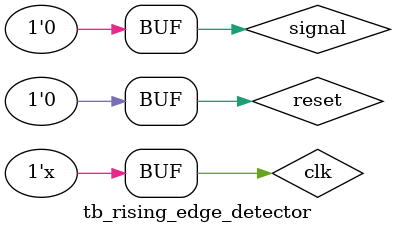
<source format=v>
`timescale 1ns / 1ps

module tb_rising_edge_detector;

reg clk;
reg signal;
reg reset;

wire outedge;

rising_edge_detector u1(
    .clk(clk),
    .signal(signal),
    .reset(reset),
    .outedge(outedge)
);

clkdiv u2(
    .clk(clk)
);
    
initial 
begin
    
clk = 0;
signal = 0;
reset = 1;

#10

signal = 0;
reset = 0;

#30

signal = 1;
reset = 0;

#40

signal = 1;
reset = 0;
#40

signal = 0;
reset = 0;

end

always 
#5 clk = ~clk;
    
endmodule

</source>
